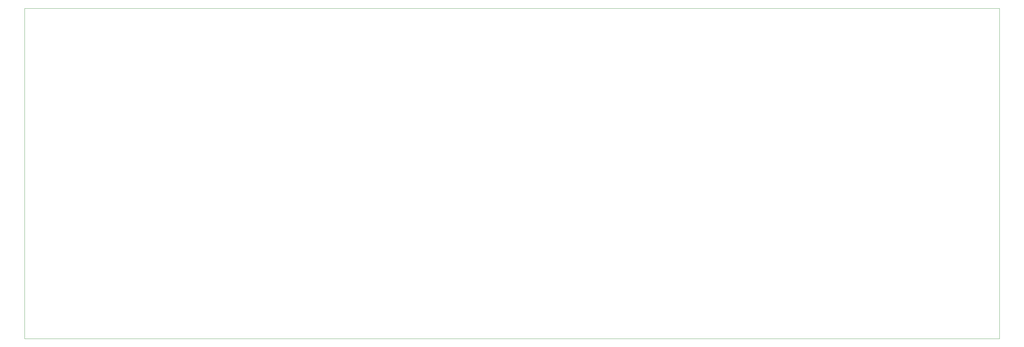
<source format=gbr>
%TF.GenerationSoftware,KiCad,Pcbnew,6.0.6-3a73a75311~116~ubuntu21.10.1*%
%TF.CreationDate,2022-10-28T18:02:49+02:00*%
%TF.ProjectId,Keyboard,4b657962-6f61-4726-942e-6b696361645f,v1*%
%TF.SameCoordinates,Original*%
%TF.FileFunction,Profile,NP*%
%FSLAX46Y46*%
G04 Gerber Fmt 4.6, Leading zero omitted, Abs format (unit mm)*
G04 Created by KiCad (PCBNEW 6.0.6-3a73a75311~116~ubuntu21.10.1) date 2022-10-28 18:02:49*
%MOMM*%
%LPD*%
G01*
G04 APERTURE LIST*
%TA.AperFunction,Profile*%
%ADD10C,0.100000*%
%TD*%
G04 APERTURE END LIST*
D10*
X360180900Y-152708700D02*
X74437196Y-152708700D01*
X74437196Y-152708700D02*
X74437196Y-55684717D01*
X74437196Y-55684717D02*
X360180900Y-55684717D01*
X360180900Y-55684717D02*
X360180900Y-152708700D01*
M02*

</source>
